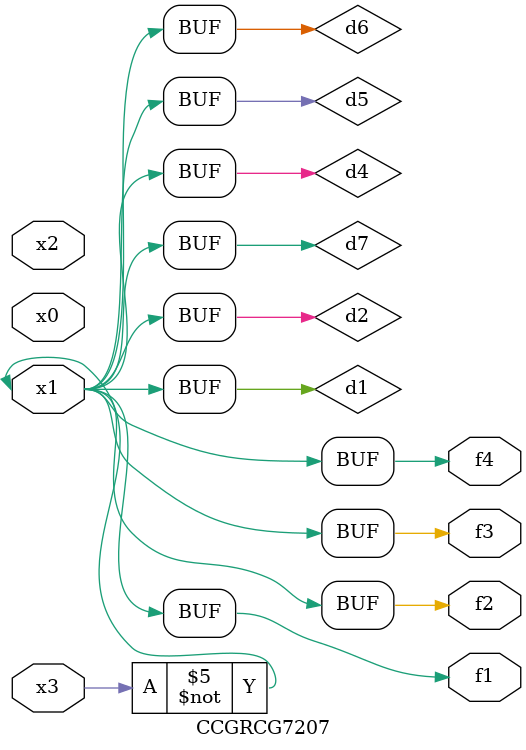
<source format=v>
module CCGRCG7207(
	input x0, x1, x2, x3,
	output f1, f2, f3, f4
);

	wire d1, d2, d3, d4, d5, d6, d7;

	not (d1, x3);
	buf (d2, x1);
	xnor (d3, d1, d2);
	nor (d4, d1);
	buf (d5, d1, d2);
	buf (d6, d4, d5);
	nand (d7, d4);
	assign f1 = d6;
	assign f2 = d7;
	assign f3 = d6;
	assign f4 = d6;
endmodule

</source>
